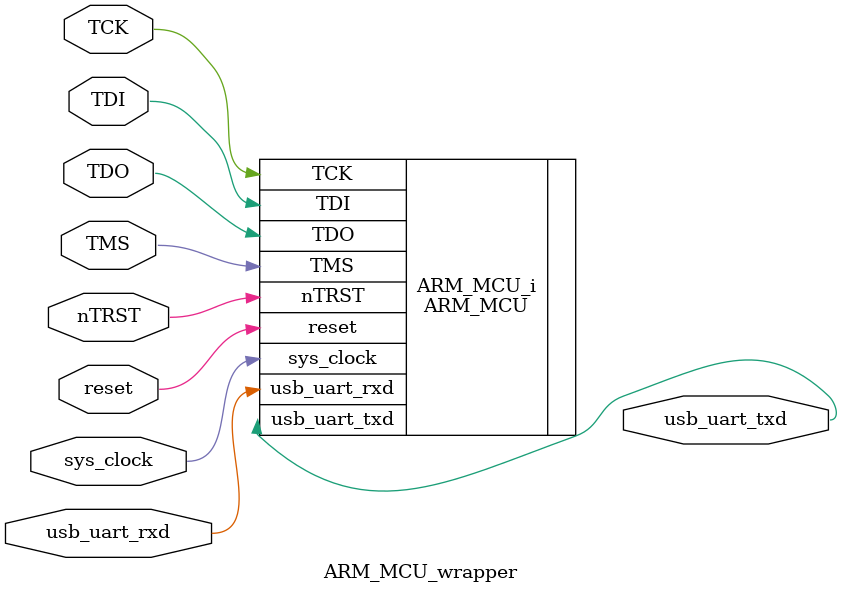
<source format=v>
`timescale 1 ps / 1 ps

module ARM_MCU_wrapper
   (TCK,
    TDI,
    TDO,
    TMS,
    nTRST,
    reset,
    sys_clock,
    usb_uart_rxd,
    usb_uart_txd);
  input TCK;
  input TDI;
  inout [0:0]TDO;
  input TMS;
  input nTRST;
  input reset;
  input sys_clock;
  input usb_uart_rxd;
  output usb_uart_txd;

  wire TCK;
  wire TDI;
  wire [0:0]TDO;
  wire TMS;
  wire nTRST;
  wire reset;
  wire sys_clock;
  wire usb_uart_rxd;
  wire usb_uart_txd;

  ARM_MCU ARM_MCU_i
       (.TCK(TCK),
        .TDI(TDI),
        .TDO(TDO),
        .TMS(TMS),
        .nTRST(nTRST),
        .reset(reset),
        .sys_clock(sys_clock),
        .usb_uart_rxd(usb_uart_rxd),
        .usb_uart_txd(usb_uart_txd));
endmodule

</source>
